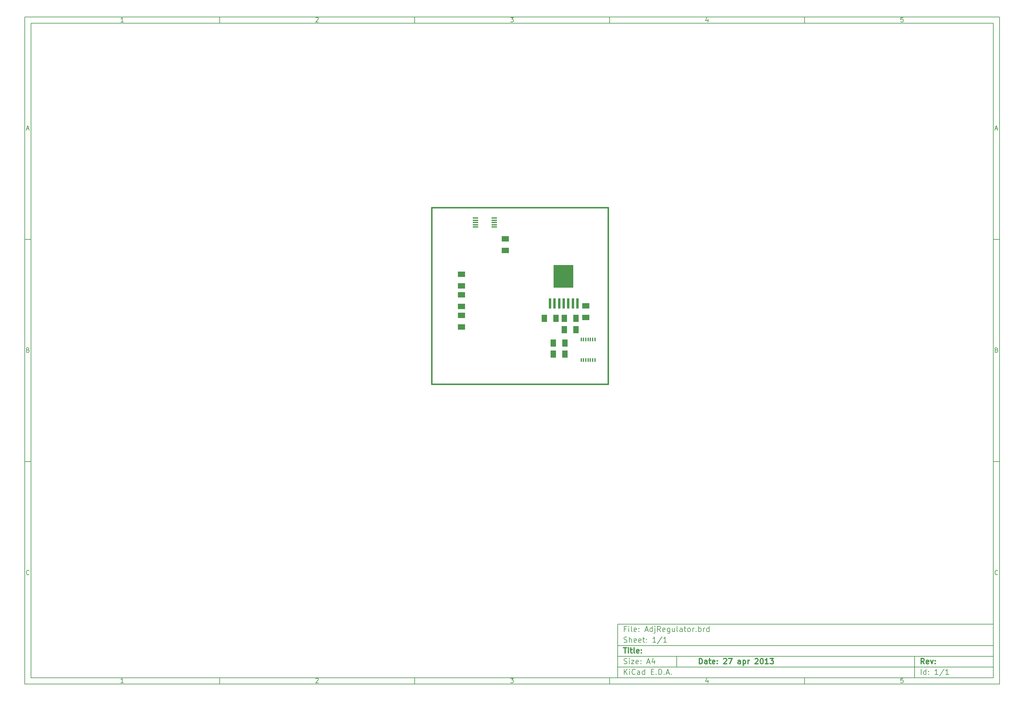
<source format=gtp>
G04 (created by PCBNEW-RS274X (2012-apr-16-27)-stable) date Sat 27 Apr 2013 17:01:59 BST*
G01*
G70*
G90*
%MOIN*%
G04 Gerber Fmt 3.4, Leading zero omitted, Abs format*
%FSLAX34Y34*%
G04 APERTURE LIST*
%ADD10C,0.006000*%
%ADD11C,0.012000*%
%ADD12C,0.015000*%
%ADD13R,0.029500X0.118100*%
%ADD14R,0.220500X0.252000*%
%ADD15R,0.060000X0.080000*%
%ADD16R,0.080000X0.060000*%
%ADD17R,0.012000X0.039000*%
%ADD18R,0.059000X0.017700*%
G04 APERTURE END LIST*
G54D10*
X04000Y-04000D02*
X113000Y-04000D01*
X113000Y-78670D01*
X04000Y-78670D01*
X04000Y-04000D01*
X04700Y-04700D02*
X112300Y-04700D01*
X112300Y-77970D01*
X04700Y-77970D01*
X04700Y-04700D01*
X25800Y-04000D02*
X25800Y-04700D01*
X15043Y-04552D02*
X14757Y-04552D01*
X14900Y-04552D02*
X14900Y-04052D01*
X14852Y-04124D01*
X14805Y-04171D01*
X14757Y-04195D01*
X25800Y-78670D02*
X25800Y-77970D01*
X15043Y-78522D02*
X14757Y-78522D01*
X14900Y-78522D02*
X14900Y-78022D01*
X14852Y-78094D01*
X14805Y-78141D01*
X14757Y-78165D01*
X47600Y-04000D02*
X47600Y-04700D01*
X36557Y-04100D02*
X36581Y-04076D01*
X36629Y-04052D01*
X36748Y-04052D01*
X36795Y-04076D01*
X36819Y-04100D01*
X36843Y-04148D01*
X36843Y-04195D01*
X36819Y-04267D01*
X36533Y-04552D01*
X36843Y-04552D01*
X47600Y-78670D02*
X47600Y-77970D01*
X36557Y-78070D02*
X36581Y-78046D01*
X36629Y-78022D01*
X36748Y-78022D01*
X36795Y-78046D01*
X36819Y-78070D01*
X36843Y-78118D01*
X36843Y-78165D01*
X36819Y-78237D01*
X36533Y-78522D01*
X36843Y-78522D01*
X69400Y-04000D02*
X69400Y-04700D01*
X58333Y-04052D02*
X58643Y-04052D01*
X58476Y-04243D01*
X58548Y-04243D01*
X58595Y-04267D01*
X58619Y-04290D01*
X58643Y-04338D01*
X58643Y-04457D01*
X58619Y-04505D01*
X58595Y-04529D01*
X58548Y-04552D01*
X58405Y-04552D01*
X58357Y-04529D01*
X58333Y-04505D01*
X69400Y-78670D02*
X69400Y-77970D01*
X58333Y-78022D02*
X58643Y-78022D01*
X58476Y-78213D01*
X58548Y-78213D01*
X58595Y-78237D01*
X58619Y-78260D01*
X58643Y-78308D01*
X58643Y-78427D01*
X58619Y-78475D01*
X58595Y-78499D01*
X58548Y-78522D01*
X58405Y-78522D01*
X58357Y-78499D01*
X58333Y-78475D01*
X91200Y-04000D02*
X91200Y-04700D01*
X80395Y-04219D02*
X80395Y-04552D01*
X80276Y-04029D02*
X80157Y-04386D01*
X80467Y-04386D01*
X91200Y-78670D02*
X91200Y-77970D01*
X80395Y-78189D02*
X80395Y-78522D01*
X80276Y-77999D02*
X80157Y-78356D01*
X80467Y-78356D01*
X102219Y-04052D02*
X101981Y-04052D01*
X101957Y-04290D01*
X101981Y-04267D01*
X102029Y-04243D01*
X102148Y-04243D01*
X102195Y-04267D01*
X102219Y-04290D01*
X102243Y-04338D01*
X102243Y-04457D01*
X102219Y-04505D01*
X102195Y-04529D01*
X102148Y-04552D01*
X102029Y-04552D01*
X101981Y-04529D01*
X101957Y-04505D01*
X102219Y-78022D02*
X101981Y-78022D01*
X101957Y-78260D01*
X101981Y-78237D01*
X102029Y-78213D01*
X102148Y-78213D01*
X102195Y-78237D01*
X102219Y-78260D01*
X102243Y-78308D01*
X102243Y-78427D01*
X102219Y-78475D01*
X102195Y-78499D01*
X102148Y-78522D01*
X102029Y-78522D01*
X101981Y-78499D01*
X101957Y-78475D01*
X04000Y-28890D02*
X04700Y-28890D01*
X04231Y-16510D02*
X04469Y-16510D01*
X04184Y-16652D02*
X04350Y-16152D01*
X04517Y-16652D01*
X113000Y-28890D02*
X112300Y-28890D01*
X112531Y-16510D02*
X112769Y-16510D01*
X112484Y-16652D02*
X112650Y-16152D01*
X112817Y-16652D01*
X04000Y-53780D02*
X04700Y-53780D01*
X04386Y-41280D02*
X04457Y-41304D01*
X04481Y-41328D01*
X04505Y-41376D01*
X04505Y-41447D01*
X04481Y-41495D01*
X04457Y-41519D01*
X04410Y-41542D01*
X04219Y-41542D01*
X04219Y-41042D01*
X04386Y-41042D01*
X04433Y-41066D01*
X04457Y-41090D01*
X04481Y-41138D01*
X04481Y-41185D01*
X04457Y-41233D01*
X04433Y-41257D01*
X04386Y-41280D01*
X04219Y-41280D01*
X113000Y-53780D02*
X112300Y-53780D01*
X112686Y-41280D02*
X112757Y-41304D01*
X112781Y-41328D01*
X112805Y-41376D01*
X112805Y-41447D01*
X112781Y-41495D01*
X112757Y-41519D01*
X112710Y-41542D01*
X112519Y-41542D01*
X112519Y-41042D01*
X112686Y-41042D01*
X112733Y-41066D01*
X112757Y-41090D01*
X112781Y-41138D01*
X112781Y-41185D01*
X112757Y-41233D01*
X112733Y-41257D01*
X112686Y-41280D01*
X112519Y-41280D01*
X04505Y-66385D02*
X04481Y-66409D01*
X04410Y-66432D01*
X04362Y-66432D01*
X04290Y-66409D01*
X04243Y-66361D01*
X04219Y-66313D01*
X04195Y-66218D01*
X04195Y-66147D01*
X04219Y-66051D01*
X04243Y-66004D01*
X04290Y-65956D01*
X04362Y-65932D01*
X04410Y-65932D01*
X04481Y-65956D01*
X04505Y-65980D01*
X112805Y-66385D02*
X112781Y-66409D01*
X112710Y-66432D01*
X112662Y-66432D01*
X112590Y-66409D01*
X112543Y-66361D01*
X112519Y-66313D01*
X112495Y-66218D01*
X112495Y-66147D01*
X112519Y-66051D01*
X112543Y-66004D01*
X112590Y-65956D01*
X112662Y-65932D01*
X112710Y-65932D01*
X112781Y-65956D01*
X112805Y-65980D01*
G54D11*
X79443Y-76413D02*
X79443Y-75813D01*
X79586Y-75813D01*
X79671Y-75841D01*
X79729Y-75899D01*
X79757Y-75956D01*
X79786Y-76070D01*
X79786Y-76156D01*
X79757Y-76270D01*
X79729Y-76327D01*
X79671Y-76384D01*
X79586Y-76413D01*
X79443Y-76413D01*
X80300Y-76413D02*
X80300Y-76099D01*
X80271Y-76041D01*
X80214Y-76013D01*
X80100Y-76013D01*
X80043Y-76041D01*
X80300Y-76384D02*
X80243Y-76413D01*
X80100Y-76413D01*
X80043Y-76384D01*
X80014Y-76327D01*
X80014Y-76270D01*
X80043Y-76213D01*
X80100Y-76184D01*
X80243Y-76184D01*
X80300Y-76156D01*
X80500Y-76013D02*
X80729Y-76013D01*
X80586Y-75813D02*
X80586Y-76327D01*
X80614Y-76384D01*
X80672Y-76413D01*
X80729Y-76413D01*
X81157Y-76384D02*
X81100Y-76413D01*
X80986Y-76413D01*
X80929Y-76384D01*
X80900Y-76327D01*
X80900Y-76099D01*
X80929Y-76041D01*
X80986Y-76013D01*
X81100Y-76013D01*
X81157Y-76041D01*
X81186Y-76099D01*
X81186Y-76156D01*
X80900Y-76213D01*
X81443Y-76356D02*
X81471Y-76384D01*
X81443Y-76413D01*
X81414Y-76384D01*
X81443Y-76356D01*
X81443Y-76413D01*
X81443Y-76041D02*
X81471Y-76070D01*
X81443Y-76099D01*
X81414Y-76070D01*
X81443Y-76041D01*
X81443Y-76099D01*
X82157Y-75870D02*
X82186Y-75841D01*
X82243Y-75813D01*
X82386Y-75813D01*
X82443Y-75841D01*
X82472Y-75870D01*
X82500Y-75927D01*
X82500Y-75984D01*
X82472Y-76070D01*
X82129Y-76413D01*
X82500Y-76413D01*
X82700Y-75813D02*
X83100Y-75813D01*
X82843Y-76413D01*
X84042Y-76413D02*
X84042Y-76099D01*
X84013Y-76041D01*
X83956Y-76013D01*
X83842Y-76013D01*
X83785Y-76041D01*
X84042Y-76384D02*
X83985Y-76413D01*
X83842Y-76413D01*
X83785Y-76384D01*
X83756Y-76327D01*
X83756Y-76270D01*
X83785Y-76213D01*
X83842Y-76184D01*
X83985Y-76184D01*
X84042Y-76156D01*
X84328Y-76013D02*
X84328Y-76613D01*
X84328Y-76041D02*
X84385Y-76013D01*
X84499Y-76013D01*
X84556Y-76041D01*
X84585Y-76070D01*
X84614Y-76127D01*
X84614Y-76299D01*
X84585Y-76356D01*
X84556Y-76384D01*
X84499Y-76413D01*
X84385Y-76413D01*
X84328Y-76384D01*
X84871Y-76413D02*
X84871Y-76013D01*
X84871Y-76127D02*
X84899Y-76070D01*
X84928Y-76041D01*
X84985Y-76013D01*
X85042Y-76013D01*
X85670Y-75870D02*
X85699Y-75841D01*
X85756Y-75813D01*
X85899Y-75813D01*
X85956Y-75841D01*
X85985Y-75870D01*
X86013Y-75927D01*
X86013Y-75984D01*
X85985Y-76070D01*
X85642Y-76413D01*
X86013Y-76413D01*
X86384Y-75813D02*
X86441Y-75813D01*
X86498Y-75841D01*
X86527Y-75870D01*
X86556Y-75927D01*
X86584Y-76041D01*
X86584Y-76184D01*
X86556Y-76299D01*
X86527Y-76356D01*
X86498Y-76384D01*
X86441Y-76413D01*
X86384Y-76413D01*
X86327Y-76384D01*
X86298Y-76356D01*
X86270Y-76299D01*
X86241Y-76184D01*
X86241Y-76041D01*
X86270Y-75927D01*
X86298Y-75870D01*
X86327Y-75841D01*
X86384Y-75813D01*
X87155Y-76413D02*
X86812Y-76413D01*
X86984Y-76413D02*
X86984Y-75813D01*
X86927Y-75899D01*
X86869Y-75956D01*
X86812Y-75984D01*
X87355Y-75813D02*
X87726Y-75813D01*
X87526Y-76041D01*
X87612Y-76041D01*
X87669Y-76070D01*
X87698Y-76099D01*
X87726Y-76156D01*
X87726Y-76299D01*
X87698Y-76356D01*
X87669Y-76384D01*
X87612Y-76413D01*
X87440Y-76413D01*
X87383Y-76384D01*
X87355Y-76356D01*
G54D10*
X71043Y-77613D02*
X71043Y-77013D01*
X71386Y-77613D02*
X71129Y-77270D01*
X71386Y-77013D02*
X71043Y-77356D01*
X71643Y-77613D02*
X71643Y-77213D01*
X71643Y-77013D02*
X71614Y-77041D01*
X71643Y-77070D01*
X71671Y-77041D01*
X71643Y-77013D01*
X71643Y-77070D01*
X72272Y-77556D02*
X72243Y-77584D01*
X72157Y-77613D01*
X72100Y-77613D01*
X72015Y-77584D01*
X71957Y-77527D01*
X71929Y-77470D01*
X71900Y-77356D01*
X71900Y-77270D01*
X71929Y-77156D01*
X71957Y-77099D01*
X72015Y-77041D01*
X72100Y-77013D01*
X72157Y-77013D01*
X72243Y-77041D01*
X72272Y-77070D01*
X72786Y-77613D02*
X72786Y-77299D01*
X72757Y-77241D01*
X72700Y-77213D01*
X72586Y-77213D01*
X72529Y-77241D01*
X72786Y-77584D02*
X72729Y-77613D01*
X72586Y-77613D01*
X72529Y-77584D01*
X72500Y-77527D01*
X72500Y-77470D01*
X72529Y-77413D01*
X72586Y-77384D01*
X72729Y-77384D01*
X72786Y-77356D01*
X73329Y-77613D02*
X73329Y-77013D01*
X73329Y-77584D02*
X73272Y-77613D01*
X73158Y-77613D01*
X73100Y-77584D01*
X73072Y-77556D01*
X73043Y-77499D01*
X73043Y-77327D01*
X73072Y-77270D01*
X73100Y-77241D01*
X73158Y-77213D01*
X73272Y-77213D01*
X73329Y-77241D01*
X74072Y-77299D02*
X74272Y-77299D01*
X74358Y-77613D02*
X74072Y-77613D01*
X74072Y-77013D01*
X74358Y-77013D01*
X74615Y-77556D02*
X74643Y-77584D01*
X74615Y-77613D01*
X74586Y-77584D01*
X74615Y-77556D01*
X74615Y-77613D01*
X74901Y-77613D02*
X74901Y-77013D01*
X75044Y-77013D01*
X75129Y-77041D01*
X75187Y-77099D01*
X75215Y-77156D01*
X75244Y-77270D01*
X75244Y-77356D01*
X75215Y-77470D01*
X75187Y-77527D01*
X75129Y-77584D01*
X75044Y-77613D01*
X74901Y-77613D01*
X75501Y-77556D02*
X75529Y-77584D01*
X75501Y-77613D01*
X75472Y-77584D01*
X75501Y-77556D01*
X75501Y-77613D01*
X75758Y-77441D02*
X76044Y-77441D01*
X75701Y-77613D02*
X75901Y-77013D01*
X76101Y-77613D01*
X76301Y-77556D02*
X76329Y-77584D01*
X76301Y-77613D01*
X76272Y-77584D01*
X76301Y-77556D01*
X76301Y-77613D01*
G54D11*
X104586Y-76413D02*
X104386Y-76127D01*
X104243Y-76413D02*
X104243Y-75813D01*
X104471Y-75813D01*
X104529Y-75841D01*
X104557Y-75870D01*
X104586Y-75927D01*
X104586Y-76013D01*
X104557Y-76070D01*
X104529Y-76099D01*
X104471Y-76127D01*
X104243Y-76127D01*
X105071Y-76384D02*
X105014Y-76413D01*
X104900Y-76413D01*
X104843Y-76384D01*
X104814Y-76327D01*
X104814Y-76099D01*
X104843Y-76041D01*
X104900Y-76013D01*
X105014Y-76013D01*
X105071Y-76041D01*
X105100Y-76099D01*
X105100Y-76156D01*
X104814Y-76213D01*
X105300Y-76013D02*
X105443Y-76413D01*
X105585Y-76013D01*
X105814Y-76356D02*
X105842Y-76384D01*
X105814Y-76413D01*
X105785Y-76384D01*
X105814Y-76356D01*
X105814Y-76413D01*
X105814Y-76041D02*
X105842Y-76070D01*
X105814Y-76099D01*
X105785Y-76070D01*
X105814Y-76041D01*
X105814Y-76099D01*
G54D10*
X71014Y-76384D02*
X71100Y-76413D01*
X71243Y-76413D01*
X71300Y-76384D01*
X71329Y-76356D01*
X71357Y-76299D01*
X71357Y-76241D01*
X71329Y-76184D01*
X71300Y-76156D01*
X71243Y-76127D01*
X71129Y-76099D01*
X71071Y-76070D01*
X71043Y-76041D01*
X71014Y-75984D01*
X71014Y-75927D01*
X71043Y-75870D01*
X71071Y-75841D01*
X71129Y-75813D01*
X71271Y-75813D01*
X71357Y-75841D01*
X71614Y-76413D02*
X71614Y-76013D01*
X71614Y-75813D02*
X71585Y-75841D01*
X71614Y-75870D01*
X71642Y-75841D01*
X71614Y-75813D01*
X71614Y-75870D01*
X71843Y-76013D02*
X72157Y-76013D01*
X71843Y-76413D01*
X72157Y-76413D01*
X72614Y-76384D02*
X72557Y-76413D01*
X72443Y-76413D01*
X72386Y-76384D01*
X72357Y-76327D01*
X72357Y-76099D01*
X72386Y-76041D01*
X72443Y-76013D01*
X72557Y-76013D01*
X72614Y-76041D01*
X72643Y-76099D01*
X72643Y-76156D01*
X72357Y-76213D01*
X72900Y-76356D02*
X72928Y-76384D01*
X72900Y-76413D01*
X72871Y-76384D01*
X72900Y-76356D01*
X72900Y-76413D01*
X72900Y-76041D02*
X72928Y-76070D01*
X72900Y-76099D01*
X72871Y-76070D01*
X72900Y-76041D01*
X72900Y-76099D01*
X73614Y-76241D02*
X73900Y-76241D01*
X73557Y-76413D02*
X73757Y-75813D01*
X73957Y-76413D01*
X74414Y-76013D02*
X74414Y-76413D01*
X74271Y-75784D02*
X74128Y-76213D01*
X74500Y-76213D01*
X104243Y-77613D02*
X104243Y-77013D01*
X104786Y-77613D02*
X104786Y-77013D01*
X104786Y-77584D02*
X104729Y-77613D01*
X104615Y-77613D01*
X104557Y-77584D01*
X104529Y-77556D01*
X104500Y-77499D01*
X104500Y-77327D01*
X104529Y-77270D01*
X104557Y-77241D01*
X104615Y-77213D01*
X104729Y-77213D01*
X104786Y-77241D01*
X105072Y-77556D02*
X105100Y-77584D01*
X105072Y-77613D01*
X105043Y-77584D01*
X105072Y-77556D01*
X105072Y-77613D01*
X105072Y-77241D02*
X105100Y-77270D01*
X105072Y-77299D01*
X105043Y-77270D01*
X105072Y-77241D01*
X105072Y-77299D01*
X106129Y-77613D02*
X105786Y-77613D01*
X105958Y-77613D02*
X105958Y-77013D01*
X105901Y-77099D01*
X105843Y-77156D01*
X105786Y-77184D01*
X106814Y-76984D02*
X106300Y-77756D01*
X107329Y-77613D02*
X106986Y-77613D01*
X107158Y-77613D02*
X107158Y-77013D01*
X107101Y-77099D01*
X107043Y-77156D01*
X106986Y-77184D01*
G54D11*
X70957Y-74613D02*
X71300Y-74613D01*
X71129Y-75213D02*
X71129Y-74613D01*
X71500Y-75213D02*
X71500Y-74813D01*
X71500Y-74613D02*
X71471Y-74641D01*
X71500Y-74670D01*
X71528Y-74641D01*
X71500Y-74613D01*
X71500Y-74670D01*
X71700Y-74813D02*
X71929Y-74813D01*
X71786Y-74613D02*
X71786Y-75127D01*
X71814Y-75184D01*
X71872Y-75213D01*
X71929Y-75213D01*
X72215Y-75213D02*
X72157Y-75184D01*
X72129Y-75127D01*
X72129Y-74613D01*
X72671Y-75184D02*
X72614Y-75213D01*
X72500Y-75213D01*
X72443Y-75184D01*
X72414Y-75127D01*
X72414Y-74899D01*
X72443Y-74841D01*
X72500Y-74813D01*
X72614Y-74813D01*
X72671Y-74841D01*
X72700Y-74899D01*
X72700Y-74956D01*
X72414Y-75013D01*
X72957Y-75156D02*
X72985Y-75184D01*
X72957Y-75213D01*
X72928Y-75184D01*
X72957Y-75156D01*
X72957Y-75213D01*
X72957Y-74841D02*
X72985Y-74870D01*
X72957Y-74899D01*
X72928Y-74870D01*
X72957Y-74841D01*
X72957Y-74899D01*
G54D10*
X71243Y-72499D02*
X71043Y-72499D01*
X71043Y-72813D02*
X71043Y-72213D01*
X71329Y-72213D01*
X71557Y-72813D02*
X71557Y-72413D01*
X71557Y-72213D02*
X71528Y-72241D01*
X71557Y-72270D01*
X71585Y-72241D01*
X71557Y-72213D01*
X71557Y-72270D01*
X71929Y-72813D02*
X71871Y-72784D01*
X71843Y-72727D01*
X71843Y-72213D01*
X72385Y-72784D02*
X72328Y-72813D01*
X72214Y-72813D01*
X72157Y-72784D01*
X72128Y-72727D01*
X72128Y-72499D01*
X72157Y-72441D01*
X72214Y-72413D01*
X72328Y-72413D01*
X72385Y-72441D01*
X72414Y-72499D01*
X72414Y-72556D01*
X72128Y-72613D01*
X72671Y-72756D02*
X72699Y-72784D01*
X72671Y-72813D01*
X72642Y-72784D01*
X72671Y-72756D01*
X72671Y-72813D01*
X72671Y-72441D02*
X72699Y-72470D01*
X72671Y-72499D01*
X72642Y-72470D01*
X72671Y-72441D01*
X72671Y-72499D01*
X73385Y-72641D02*
X73671Y-72641D01*
X73328Y-72813D02*
X73528Y-72213D01*
X73728Y-72813D01*
X74185Y-72813D02*
X74185Y-72213D01*
X74185Y-72784D02*
X74128Y-72813D01*
X74014Y-72813D01*
X73956Y-72784D01*
X73928Y-72756D01*
X73899Y-72699D01*
X73899Y-72527D01*
X73928Y-72470D01*
X73956Y-72441D01*
X74014Y-72413D01*
X74128Y-72413D01*
X74185Y-72441D01*
X74471Y-72413D02*
X74471Y-72927D01*
X74442Y-72984D01*
X74385Y-73013D01*
X74357Y-73013D01*
X74471Y-72213D02*
X74442Y-72241D01*
X74471Y-72270D01*
X74499Y-72241D01*
X74471Y-72213D01*
X74471Y-72270D01*
X75100Y-72813D02*
X74900Y-72527D01*
X74757Y-72813D02*
X74757Y-72213D01*
X74985Y-72213D01*
X75043Y-72241D01*
X75071Y-72270D01*
X75100Y-72327D01*
X75100Y-72413D01*
X75071Y-72470D01*
X75043Y-72499D01*
X74985Y-72527D01*
X74757Y-72527D01*
X75585Y-72784D02*
X75528Y-72813D01*
X75414Y-72813D01*
X75357Y-72784D01*
X75328Y-72727D01*
X75328Y-72499D01*
X75357Y-72441D01*
X75414Y-72413D01*
X75528Y-72413D01*
X75585Y-72441D01*
X75614Y-72499D01*
X75614Y-72556D01*
X75328Y-72613D01*
X76128Y-72413D02*
X76128Y-72899D01*
X76099Y-72956D01*
X76071Y-72984D01*
X76014Y-73013D01*
X75928Y-73013D01*
X75871Y-72984D01*
X76128Y-72784D02*
X76071Y-72813D01*
X75957Y-72813D01*
X75899Y-72784D01*
X75871Y-72756D01*
X75842Y-72699D01*
X75842Y-72527D01*
X75871Y-72470D01*
X75899Y-72441D01*
X75957Y-72413D01*
X76071Y-72413D01*
X76128Y-72441D01*
X76671Y-72413D02*
X76671Y-72813D01*
X76414Y-72413D02*
X76414Y-72727D01*
X76442Y-72784D01*
X76500Y-72813D01*
X76585Y-72813D01*
X76642Y-72784D01*
X76671Y-72756D01*
X77043Y-72813D02*
X76985Y-72784D01*
X76957Y-72727D01*
X76957Y-72213D01*
X77528Y-72813D02*
X77528Y-72499D01*
X77499Y-72441D01*
X77442Y-72413D01*
X77328Y-72413D01*
X77271Y-72441D01*
X77528Y-72784D02*
X77471Y-72813D01*
X77328Y-72813D01*
X77271Y-72784D01*
X77242Y-72727D01*
X77242Y-72670D01*
X77271Y-72613D01*
X77328Y-72584D01*
X77471Y-72584D01*
X77528Y-72556D01*
X77728Y-72413D02*
X77957Y-72413D01*
X77814Y-72213D02*
X77814Y-72727D01*
X77842Y-72784D01*
X77900Y-72813D01*
X77957Y-72813D01*
X78243Y-72813D02*
X78185Y-72784D01*
X78157Y-72756D01*
X78128Y-72699D01*
X78128Y-72527D01*
X78157Y-72470D01*
X78185Y-72441D01*
X78243Y-72413D01*
X78328Y-72413D01*
X78385Y-72441D01*
X78414Y-72470D01*
X78443Y-72527D01*
X78443Y-72699D01*
X78414Y-72756D01*
X78385Y-72784D01*
X78328Y-72813D01*
X78243Y-72813D01*
X78700Y-72813D02*
X78700Y-72413D01*
X78700Y-72527D02*
X78728Y-72470D01*
X78757Y-72441D01*
X78814Y-72413D01*
X78871Y-72413D01*
X79071Y-72756D02*
X79099Y-72784D01*
X79071Y-72813D01*
X79042Y-72784D01*
X79071Y-72756D01*
X79071Y-72813D01*
X79357Y-72813D02*
X79357Y-72213D01*
X79357Y-72441D02*
X79414Y-72413D01*
X79528Y-72413D01*
X79585Y-72441D01*
X79614Y-72470D01*
X79643Y-72527D01*
X79643Y-72699D01*
X79614Y-72756D01*
X79585Y-72784D01*
X79528Y-72813D01*
X79414Y-72813D01*
X79357Y-72784D01*
X79900Y-72813D02*
X79900Y-72413D01*
X79900Y-72527D02*
X79928Y-72470D01*
X79957Y-72441D01*
X80014Y-72413D01*
X80071Y-72413D01*
X80528Y-72813D02*
X80528Y-72213D01*
X80528Y-72784D02*
X80471Y-72813D01*
X80357Y-72813D01*
X80299Y-72784D01*
X80271Y-72756D01*
X80242Y-72699D01*
X80242Y-72527D01*
X80271Y-72470D01*
X80299Y-72441D01*
X80357Y-72413D01*
X80471Y-72413D01*
X80528Y-72441D01*
X71014Y-73984D02*
X71100Y-74013D01*
X71243Y-74013D01*
X71300Y-73984D01*
X71329Y-73956D01*
X71357Y-73899D01*
X71357Y-73841D01*
X71329Y-73784D01*
X71300Y-73756D01*
X71243Y-73727D01*
X71129Y-73699D01*
X71071Y-73670D01*
X71043Y-73641D01*
X71014Y-73584D01*
X71014Y-73527D01*
X71043Y-73470D01*
X71071Y-73441D01*
X71129Y-73413D01*
X71271Y-73413D01*
X71357Y-73441D01*
X71614Y-74013D02*
X71614Y-73413D01*
X71871Y-74013D02*
X71871Y-73699D01*
X71842Y-73641D01*
X71785Y-73613D01*
X71700Y-73613D01*
X71642Y-73641D01*
X71614Y-73670D01*
X72385Y-73984D02*
X72328Y-74013D01*
X72214Y-74013D01*
X72157Y-73984D01*
X72128Y-73927D01*
X72128Y-73699D01*
X72157Y-73641D01*
X72214Y-73613D01*
X72328Y-73613D01*
X72385Y-73641D01*
X72414Y-73699D01*
X72414Y-73756D01*
X72128Y-73813D01*
X72899Y-73984D02*
X72842Y-74013D01*
X72728Y-74013D01*
X72671Y-73984D01*
X72642Y-73927D01*
X72642Y-73699D01*
X72671Y-73641D01*
X72728Y-73613D01*
X72842Y-73613D01*
X72899Y-73641D01*
X72928Y-73699D01*
X72928Y-73756D01*
X72642Y-73813D01*
X73099Y-73613D02*
X73328Y-73613D01*
X73185Y-73413D02*
X73185Y-73927D01*
X73213Y-73984D01*
X73271Y-74013D01*
X73328Y-74013D01*
X73528Y-73956D02*
X73556Y-73984D01*
X73528Y-74013D01*
X73499Y-73984D01*
X73528Y-73956D01*
X73528Y-74013D01*
X73528Y-73641D02*
X73556Y-73670D01*
X73528Y-73699D01*
X73499Y-73670D01*
X73528Y-73641D01*
X73528Y-73699D01*
X74585Y-74013D02*
X74242Y-74013D01*
X74414Y-74013D02*
X74414Y-73413D01*
X74357Y-73499D01*
X74299Y-73556D01*
X74242Y-73584D01*
X75270Y-73384D02*
X74756Y-74156D01*
X75785Y-74013D02*
X75442Y-74013D01*
X75614Y-74013D02*
X75614Y-73413D01*
X75557Y-73499D01*
X75499Y-73556D01*
X75442Y-73584D01*
X70300Y-71970D02*
X70300Y-77970D01*
X70300Y-71970D02*
X112300Y-71970D01*
X70300Y-71970D02*
X112300Y-71970D01*
X70300Y-74370D02*
X112300Y-74370D01*
X103500Y-75570D02*
X103500Y-77970D01*
X70300Y-76770D02*
X112300Y-76770D01*
X70300Y-75570D02*
X112300Y-75570D01*
X76900Y-75570D02*
X76900Y-76770D01*
G54D12*
X49500Y-25350D02*
X69250Y-25350D01*
X69250Y-45100D02*
X69250Y-25350D01*
X49500Y-45100D02*
X49500Y-25415D01*
X49500Y-45100D02*
X69185Y-45100D01*
G54D13*
X65807Y-36081D03*
X64783Y-36081D03*
X65295Y-36081D03*
X63760Y-36081D03*
X64272Y-36081D03*
X63248Y-36081D03*
X62736Y-36081D03*
G54D14*
X64232Y-33049D03*
G54D15*
X63100Y-41750D03*
X64400Y-41750D03*
X63100Y-40500D03*
X64400Y-40500D03*
X65650Y-37750D03*
X64350Y-37750D03*
G54D16*
X52840Y-32790D03*
X52840Y-34090D03*
G54D15*
X64350Y-39000D03*
X65650Y-39000D03*
G54D16*
X52840Y-38690D03*
X52840Y-37390D03*
G54D15*
X63400Y-37750D03*
X62100Y-37750D03*
G54D16*
X52840Y-35090D03*
X52840Y-36390D03*
X57750Y-30150D03*
X57750Y-28850D03*
X66750Y-36350D03*
X66750Y-37650D03*
G54D17*
X66233Y-42398D03*
X66489Y-42398D03*
X66745Y-42398D03*
X67000Y-42398D03*
X67255Y-42398D03*
X67511Y-42398D03*
X67767Y-42398D03*
X67767Y-40102D03*
X67511Y-40102D03*
X67255Y-40102D03*
X67000Y-40102D03*
X66745Y-40102D03*
X66489Y-40102D03*
X66233Y-40102D03*
G54D18*
X56519Y-27515D03*
X56519Y-27265D03*
X56519Y-27015D03*
X56519Y-26765D03*
X56519Y-26515D03*
X54401Y-26515D03*
X54401Y-26765D03*
X54401Y-27015D03*
X54401Y-27265D03*
X54401Y-27515D03*
M02*

</source>
